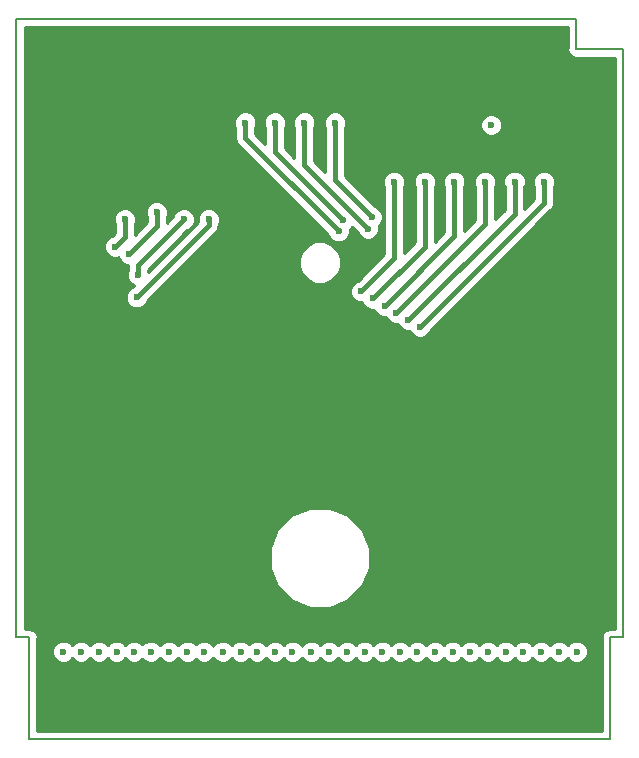
<source format=gbr>
G04 #@! TF.GenerationSoftware,KiCad,Pcbnew,5.0.2-bee76a0~70~ubuntu18.10.1*
G04 #@! TF.CreationDate,2019-01-06T00:09:16+02:00*
G04 #@! TF.ProjectId,GB-BRK-CART,47422d42-524b-42d4-9341-52542e6b6963,v4.0*
G04 #@! TF.SameCoordinates,Original*
G04 #@! TF.FileFunction,Copper,L2,Bot*
G04 #@! TF.FilePolarity,Positive*
%FSLAX46Y46*%
G04 Gerber Fmt 4.6, Leading zero omitted, Abs format (unit mm)*
G04 Created by KiCad (PCBNEW 5.0.2-bee76a0~70~ubuntu18.10.1) date su  6. tammikuuta 2019 00.09.16*
%MOMM*%
%LPD*%
G01*
G04 APERTURE LIST*
G04 #@! TA.AperFunction,NonConductor*
%ADD10C,0.150000*%
G04 #@! TD*
G04 #@! TA.AperFunction,ViaPad*
%ADD11C,0.600000*%
G04 #@! TD*
G04 #@! TA.AperFunction,ViaPad*
%ADD12C,1.000000*%
G04 #@! TD*
G04 #@! TA.AperFunction,Conductor*
%ADD13C,0.400000*%
G04 #@! TD*
G04 #@! TA.AperFunction,Conductor*
%ADD14C,0.254000*%
G04 #@! TD*
G04 APERTURE END LIST*
D10*
X121700000Y-39000000D02*
X121700000Y-41600000D01*
X74300000Y-39000000D02*
X121700000Y-39000000D01*
X125700000Y-41600000D02*
X121700000Y-41600000D01*
X74300000Y-91400000D02*
X74300000Y-39000000D01*
X75400000Y-91400000D02*
X74300000Y-91400000D01*
X75400000Y-100000000D02*
X75400000Y-91400000D01*
X125700000Y-91400000D02*
X125700000Y-41600000D01*
X124600000Y-91400000D02*
X125700000Y-91400000D01*
X124600000Y-100000000D02*
X124600000Y-91400000D01*
X75400000Y-100000000D02*
X124600000Y-100000000D01*
D11*
G04 #@! TO.N,GND*
X123400000Y-92600000D03*
D12*
X123400000Y-90200000D03*
X123900000Y-84000000D03*
X120700000Y-68500000D03*
X120300000Y-78300000D03*
X123300000Y-74500000D03*
X123000000Y-63200000D03*
X120300000Y-59000000D03*
X123300000Y-54900000D03*
X122300000Y-48800000D03*
X120300000Y-86100000D03*
X77600000Y-40300000D03*
X100000000Y-40200000D03*
X120200000Y-42900000D03*
D11*
G04 #@! TO.N,/A0*
X84300000Y-92600000D03*
G04 #@! TO.N,/PHI*
X78300000Y-92600000D03*
X82700000Y-58300000D03*
X83500000Y-56000000D03*
G04 #@! TO.N,/A1*
X85700000Y-92600000D03*
G04 #@! TO.N,/A2*
X87250000Y-92600000D03*
G04 #@! TO.N,/A3*
X88800000Y-92600000D03*
G04 #@! TO.N,/A4*
X90200000Y-92600000D03*
G04 #@! TO.N,/D0*
X101600000Y-57000000D03*
X93700000Y-47800000D03*
X108250000Y-92600000D03*
G04 #@! TO.N,/A5*
X91800000Y-92600000D03*
G04 #@! TO.N,/D1*
X102006139Y-56086186D03*
X96200000Y-47800000D03*
X109750000Y-92600000D03*
G04 #@! TO.N,/A6*
X93300000Y-92600000D03*
G04 #@! TO.N,/D2*
X104100000Y-56800000D03*
X98700000Y-47800000D03*
X111250000Y-92600000D03*
G04 #@! TO.N,/A7*
X94700000Y-92600000D03*
G04 #@! TO.N,/D3*
X104400000Y-55800000D03*
X101300000Y-47800000D03*
X112750000Y-92600000D03*
G04 #@! TO.N,/A8*
X96200000Y-92600000D03*
G04 #@! TO.N,/D4*
X114250000Y-92600000D03*
G04 #@! TO.N,/A9*
X97700000Y-92600000D03*
G04 #@! TO.N,/D5*
X115750000Y-92600000D03*
G04 #@! TO.N,/A10*
X103500000Y-62100000D03*
X106300000Y-52800000D03*
X99300000Y-92600000D03*
G04 #@! TO.N,/D6*
X117250000Y-92600000D03*
G04 #@! TO.N,/A11*
X104499994Y-62700000D03*
X108900000Y-52800000D03*
X100800000Y-92600000D03*
G04 #@! TO.N,/D7*
X118750000Y-92600000D03*
G04 #@! TO.N,/A12*
X105500000Y-63300000D03*
X111400000Y-52800000D03*
X102300000Y-92600000D03*
G04 #@! TO.N,/A13*
X106499994Y-63900000D03*
X114000000Y-52800000D03*
X103800000Y-92600000D03*
G04 #@! TO.N,/VIN*
X121750000Y-92600000D03*
G04 #@! TO.N,/A14*
X107507115Y-64507115D03*
X116500000Y-52800000D03*
X105300000Y-92600000D03*
G04 #@! TO.N,/A15*
X108500000Y-65100000D03*
X119000000Y-52800000D03*
X106800000Y-92600000D03*
G04 #@! TO.N,/~RES*
X114520000Y-48000000D03*
X120250000Y-92600000D03*
G04 #@! TO.N,/~CS*
X90600000Y-56000000D03*
X82800000Y-92600000D03*
X84499996Y-62600000D03*
G04 #@! TO.N,/~RD*
X88500000Y-56000000D03*
X81300000Y-92600000D03*
X84600000Y-60700000D03*
G04 #@! TO.N,/~WR*
X79800000Y-92600000D03*
X83847602Y-58952398D03*
X86200000Y-55400000D03*
G04 #@! TD*
D13*
G04 #@! TO.N,/PHI*
X83500000Y-57500000D02*
X82700000Y-58300000D01*
X83500000Y-56000000D02*
X83500000Y-57500000D01*
G04 #@! TO.N,/D0*
X93700000Y-47800000D02*
X93700000Y-49100000D01*
X93700000Y-49100000D02*
X101600000Y-57000000D01*
G04 #@! TO.N,/D1*
X96200000Y-47800000D02*
X96200000Y-50280047D01*
X96200000Y-50280047D02*
X102006139Y-56086186D01*
G04 #@! TO.N,/D2*
X98700000Y-51400000D02*
X104100000Y-56800000D01*
X98700000Y-47800000D02*
X98700000Y-51400000D01*
G04 #@! TO.N,/D3*
X101300000Y-52700000D02*
X104400000Y-55800000D01*
X101300000Y-47800000D02*
X101300000Y-52700000D01*
G04 #@! TO.N,/A10*
X106300000Y-52800000D02*
X106300000Y-59300000D01*
X106300000Y-59300000D02*
X103500000Y-62100000D01*
G04 #@! TO.N,/A11*
X108900000Y-52800000D02*
X108900000Y-58299994D01*
X108900000Y-58299994D02*
X104499994Y-62700000D01*
G04 #@! TO.N,/A12*
X111400000Y-52800000D02*
X111400000Y-57400000D01*
X111400000Y-57400000D02*
X105500000Y-63300000D01*
G04 #@! TO.N,/A13*
X114000000Y-56399994D02*
X106499994Y-63900000D01*
X114000000Y-52800000D02*
X114000000Y-56399994D01*
G04 #@! TO.N,/A14*
X116500000Y-55514230D02*
X107507115Y-64507115D01*
X116500000Y-52800000D02*
X116500000Y-55514230D01*
G04 #@! TO.N,/A15*
X108500000Y-65100000D02*
X119000000Y-54600000D01*
X119000000Y-54600000D02*
X119000000Y-52800000D01*
G04 #@! TO.N,/~CS*
X90600000Y-56499996D02*
X90600000Y-56000000D01*
X84499996Y-62600000D02*
X90600000Y-56499996D01*
X84500000Y-62600000D02*
X84499996Y-62600000D01*
G04 #@! TO.N,/~RD*
X84600000Y-59900000D02*
X88500000Y-56000000D01*
X84600000Y-60700000D02*
X84600000Y-59900000D01*
G04 #@! TO.N,/~WR*
X83847602Y-58952398D02*
X86200000Y-56600000D01*
X86200000Y-56600000D02*
X86200000Y-55400000D01*
G04 #@! TD*
D14*
G04 #@! TO.N,GND*
G36*
X120990001Y-41530070D02*
X120976091Y-41600000D01*
X121031195Y-41877028D01*
X121188119Y-42111881D01*
X121422972Y-42268805D01*
X121630074Y-42310000D01*
X121630075Y-42310000D01*
X121700000Y-42323909D01*
X121769926Y-42310000D01*
X124990001Y-42310000D01*
X124990000Y-90690000D01*
X124669926Y-90690000D01*
X124600000Y-90676091D01*
X124530075Y-90690000D01*
X124530074Y-90690000D01*
X124322972Y-90731195D01*
X124088119Y-90888119D01*
X123931195Y-91122972D01*
X123876091Y-91400000D01*
X123890001Y-91469931D01*
X123890000Y-99290000D01*
X76110000Y-99290000D01*
X76110000Y-92414017D01*
X77365000Y-92414017D01*
X77365000Y-92785983D01*
X77507345Y-93129635D01*
X77770365Y-93392655D01*
X78114017Y-93535000D01*
X78485983Y-93535000D01*
X78829635Y-93392655D01*
X79050000Y-93172290D01*
X79270365Y-93392655D01*
X79614017Y-93535000D01*
X79985983Y-93535000D01*
X80329635Y-93392655D01*
X80550000Y-93172290D01*
X80770365Y-93392655D01*
X81114017Y-93535000D01*
X81485983Y-93535000D01*
X81829635Y-93392655D01*
X82050000Y-93172290D01*
X82270365Y-93392655D01*
X82614017Y-93535000D01*
X82985983Y-93535000D01*
X83329635Y-93392655D01*
X83550000Y-93172290D01*
X83770365Y-93392655D01*
X84114017Y-93535000D01*
X84485983Y-93535000D01*
X84829635Y-93392655D01*
X85000000Y-93222290D01*
X85170365Y-93392655D01*
X85514017Y-93535000D01*
X85885983Y-93535000D01*
X86229635Y-93392655D01*
X86475000Y-93147290D01*
X86720365Y-93392655D01*
X87064017Y-93535000D01*
X87435983Y-93535000D01*
X87779635Y-93392655D01*
X88025000Y-93147290D01*
X88270365Y-93392655D01*
X88614017Y-93535000D01*
X88985983Y-93535000D01*
X89329635Y-93392655D01*
X89500000Y-93222290D01*
X89670365Y-93392655D01*
X90014017Y-93535000D01*
X90385983Y-93535000D01*
X90729635Y-93392655D01*
X90992655Y-93129635D01*
X91000000Y-93111903D01*
X91007345Y-93129635D01*
X91270365Y-93392655D01*
X91614017Y-93535000D01*
X91985983Y-93535000D01*
X92329635Y-93392655D01*
X92550000Y-93172290D01*
X92770365Y-93392655D01*
X93114017Y-93535000D01*
X93485983Y-93535000D01*
X93829635Y-93392655D01*
X94000000Y-93222290D01*
X94170365Y-93392655D01*
X94514017Y-93535000D01*
X94885983Y-93535000D01*
X95229635Y-93392655D01*
X95450000Y-93172290D01*
X95670365Y-93392655D01*
X96014017Y-93535000D01*
X96385983Y-93535000D01*
X96729635Y-93392655D01*
X96950000Y-93172290D01*
X97170365Y-93392655D01*
X97514017Y-93535000D01*
X97885983Y-93535000D01*
X98229635Y-93392655D01*
X98492655Y-93129635D01*
X98500000Y-93111903D01*
X98507345Y-93129635D01*
X98770365Y-93392655D01*
X99114017Y-93535000D01*
X99485983Y-93535000D01*
X99829635Y-93392655D01*
X100050000Y-93172290D01*
X100270365Y-93392655D01*
X100614017Y-93535000D01*
X100985983Y-93535000D01*
X101329635Y-93392655D01*
X101550000Y-93172290D01*
X101770365Y-93392655D01*
X102114017Y-93535000D01*
X102485983Y-93535000D01*
X102829635Y-93392655D01*
X103050000Y-93172290D01*
X103270365Y-93392655D01*
X103614017Y-93535000D01*
X103985983Y-93535000D01*
X104329635Y-93392655D01*
X104550000Y-93172290D01*
X104770365Y-93392655D01*
X105114017Y-93535000D01*
X105485983Y-93535000D01*
X105829635Y-93392655D01*
X106050000Y-93172290D01*
X106270365Y-93392655D01*
X106614017Y-93535000D01*
X106985983Y-93535000D01*
X107329635Y-93392655D01*
X107525000Y-93197290D01*
X107720365Y-93392655D01*
X108064017Y-93535000D01*
X108435983Y-93535000D01*
X108779635Y-93392655D01*
X109000000Y-93172290D01*
X109220365Y-93392655D01*
X109564017Y-93535000D01*
X109935983Y-93535000D01*
X110279635Y-93392655D01*
X110500000Y-93172290D01*
X110720365Y-93392655D01*
X111064017Y-93535000D01*
X111435983Y-93535000D01*
X111779635Y-93392655D01*
X112000000Y-93172290D01*
X112220365Y-93392655D01*
X112564017Y-93535000D01*
X112935983Y-93535000D01*
X113279635Y-93392655D01*
X113500000Y-93172290D01*
X113720365Y-93392655D01*
X114064017Y-93535000D01*
X114435983Y-93535000D01*
X114779635Y-93392655D01*
X115000000Y-93172290D01*
X115220365Y-93392655D01*
X115564017Y-93535000D01*
X115935983Y-93535000D01*
X116279635Y-93392655D01*
X116500000Y-93172290D01*
X116720365Y-93392655D01*
X117064017Y-93535000D01*
X117435983Y-93535000D01*
X117779635Y-93392655D01*
X118000000Y-93172290D01*
X118220365Y-93392655D01*
X118564017Y-93535000D01*
X118935983Y-93535000D01*
X119279635Y-93392655D01*
X119500000Y-93172290D01*
X119720365Y-93392655D01*
X120064017Y-93535000D01*
X120435983Y-93535000D01*
X120779635Y-93392655D01*
X121000000Y-93172290D01*
X121220365Y-93392655D01*
X121564017Y-93535000D01*
X121935983Y-93535000D01*
X122279635Y-93392655D01*
X122542655Y-93129635D01*
X122685000Y-92785983D01*
X122685000Y-92414017D01*
X122542655Y-92070365D01*
X122279635Y-91807345D01*
X121935983Y-91665000D01*
X121564017Y-91665000D01*
X121220365Y-91807345D01*
X121000000Y-92027710D01*
X120779635Y-91807345D01*
X120435983Y-91665000D01*
X120064017Y-91665000D01*
X119720365Y-91807345D01*
X119500000Y-92027710D01*
X119279635Y-91807345D01*
X118935983Y-91665000D01*
X118564017Y-91665000D01*
X118220365Y-91807345D01*
X118000000Y-92027710D01*
X117779635Y-91807345D01*
X117435983Y-91665000D01*
X117064017Y-91665000D01*
X116720365Y-91807345D01*
X116500000Y-92027710D01*
X116279635Y-91807345D01*
X115935983Y-91665000D01*
X115564017Y-91665000D01*
X115220365Y-91807345D01*
X115000000Y-92027710D01*
X114779635Y-91807345D01*
X114435983Y-91665000D01*
X114064017Y-91665000D01*
X113720365Y-91807345D01*
X113500000Y-92027710D01*
X113279635Y-91807345D01*
X112935983Y-91665000D01*
X112564017Y-91665000D01*
X112220365Y-91807345D01*
X112000000Y-92027710D01*
X111779635Y-91807345D01*
X111435983Y-91665000D01*
X111064017Y-91665000D01*
X110720365Y-91807345D01*
X110500000Y-92027710D01*
X110279635Y-91807345D01*
X109935983Y-91665000D01*
X109564017Y-91665000D01*
X109220365Y-91807345D01*
X109000000Y-92027710D01*
X108779635Y-91807345D01*
X108435983Y-91665000D01*
X108064017Y-91665000D01*
X107720365Y-91807345D01*
X107525000Y-92002710D01*
X107329635Y-91807345D01*
X106985983Y-91665000D01*
X106614017Y-91665000D01*
X106270365Y-91807345D01*
X106050000Y-92027710D01*
X105829635Y-91807345D01*
X105485983Y-91665000D01*
X105114017Y-91665000D01*
X104770365Y-91807345D01*
X104550000Y-92027710D01*
X104329635Y-91807345D01*
X103985983Y-91665000D01*
X103614017Y-91665000D01*
X103270365Y-91807345D01*
X103050000Y-92027710D01*
X102829635Y-91807345D01*
X102485983Y-91665000D01*
X102114017Y-91665000D01*
X101770365Y-91807345D01*
X101550000Y-92027710D01*
X101329635Y-91807345D01*
X100985983Y-91665000D01*
X100614017Y-91665000D01*
X100270365Y-91807345D01*
X100050000Y-92027710D01*
X99829635Y-91807345D01*
X99485983Y-91665000D01*
X99114017Y-91665000D01*
X98770365Y-91807345D01*
X98507345Y-92070365D01*
X98500000Y-92088097D01*
X98492655Y-92070365D01*
X98229635Y-91807345D01*
X97885983Y-91665000D01*
X97514017Y-91665000D01*
X97170365Y-91807345D01*
X96950000Y-92027710D01*
X96729635Y-91807345D01*
X96385983Y-91665000D01*
X96014017Y-91665000D01*
X95670365Y-91807345D01*
X95450000Y-92027710D01*
X95229635Y-91807345D01*
X94885983Y-91665000D01*
X94514017Y-91665000D01*
X94170365Y-91807345D01*
X94000000Y-91977710D01*
X93829635Y-91807345D01*
X93485983Y-91665000D01*
X93114017Y-91665000D01*
X92770365Y-91807345D01*
X92550000Y-92027710D01*
X92329635Y-91807345D01*
X91985983Y-91665000D01*
X91614017Y-91665000D01*
X91270365Y-91807345D01*
X91007345Y-92070365D01*
X91000000Y-92088097D01*
X90992655Y-92070365D01*
X90729635Y-91807345D01*
X90385983Y-91665000D01*
X90014017Y-91665000D01*
X89670365Y-91807345D01*
X89500000Y-91977710D01*
X89329635Y-91807345D01*
X88985983Y-91665000D01*
X88614017Y-91665000D01*
X88270365Y-91807345D01*
X88025000Y-92052710D01*
X87779635Y-91807345D01*
X87435983Y-91665000D01*
X87064017Y-91665000D01*
X86720365Y-91807345D01*
X86475000Y-92052710D01*
X86229635Y-91807345D01*
X85885983Y-91665000D01*
X85514017Y-91665000D01*
X85170365Y-91807345D01*
X85000000Y-91977710D01*
X84829635Y-91807345D01*
X84485983Y-91665000D01*
X84114017Y-91665000D01*
X83770365Y-91807345D01*
X83550000Y-92027710D01*
X83329635Y-91807345D01*
X82985983Y-91665000D01*
X82614017Y-91665000D01*
X82270365Y-91807345D01*
X82050000Y-92027710D01*
X81829635Y-91807345D01*
X81485983Y-91665000D01*
X81114017Y-91665000D01*
X80770365Y-91807345D01*
X80550000Y-92027710D01*
X80329635Y-91807345D01*
X79985983Y-91665000D01*
X79614017Y-91665000D01*
X79270365Y-91807345D01*
X79050000Y-92027710D01*
X78829635Y-91807345D01*
X78485983Y-91665000D01*
X78114017Y-91665000D01*
X77770365Y-91807345D01*
X77507345Y-92070365D01*
X77365000Y-92414017D01*
X76110000Y-92414017D01*
X76110000Y-91469925D01*
X76123909Y-91400000D01*
X76068805Y-91122972D01*
X75911881Y-90888119D01*
X75677028Y-90731195D01*
X75469926Y-90690000D01*
X75400000Y-90676091D01*
X75330075Y-90690000D01*
X75010000Y-90690000D01*
X75010000Y-83807606D01*
X95765000Y-83807606D01*
X95765000Y-85492394D01*
X96409740Y-87048935D01*
X97601065Y-88240260D01*
X99157606Y-88885000D01*
X100842394Y-88885000D01*
X102398935Y-88240260D01*
X103590260Y-87048935D01*
X104235000Y-85492394D01*
X104235000Y-83807606D01*
X103590260Y-82251065D01*
X102398935Y-81059740D01*
X100842394Y-80415000D01*
X99157606Y-80415000D01*
X97601065Y-81059740D01*
X96409740Y-82251065D01*
X95765000Y-83807606D01*
X75010000Y-83807606D01*
X75010000Y-58114017D01*
X81765000Y-58114017D01*
X81765000Y-58485983D01*
X81907345Y-58829635D01*
X82170365Y-59092655D01*
X82514017Y-59235000D01*
X82885983Y-59235000D01*
X82942864Y-59211439D01*
X83054947Y-59482033D01*
X83317967Y-59745053D01*
X83661619Y-59887398D01*
X83751150Y-59887398D01*
X83748643Y-59900000D01*
X83765000Y-59982233D01*
X83765000Y-60272595D01*
X83665000Y-60514017D01*
X83665000Y-60885983D01*
X83807345Y-61229635D01*
X84070365Y-61492655D01*
X84322172Y-61596957D01*
X84211785Y-61707344D01*
X83970361Y-61807345D01*
X83707341Y-62070365D01*
X83564996Y-62414017D01*
X83564996Y-62785983D01*
X83707341Y-63129635D01*
X83970361Y-63392655D01*
X84314013Y-63535000D01*
X84685979Y-63535000D01*
X85029631Y-63392655D01*
X85292651Y-63129635D01*
X85392652Y-62888211D01*
X86366846Y-61914017D01*
X102565000Y-61914017D01*
X102565000Y-62285983D01*
X102707345Y-62629635D01*
X102970365Y-62892655D01*
X103314017Y-63035000D01*
X103626719Y-63035000D01*
X103707339Y-63229635D01*
X103970359Y-63492655D01*
X104314011Y-63635000D01*
X104626725Y-63635000D01*
X104707345Y-63829635D01*
X104970365Y-64092655D01*
X105314017Y-64235000D01*
X105626719Y-64235000D01*
X105707339Y-64429635D01*
X105970359Y-64692655D01*
X106314011Y-64835000D01*
X106630893Y-64835000D01*
X106714460Y-65036750D01*
X106977480Y-65299770D01*
X107321132Y-65442115D01*
X107629672Y-65442115D01*
X107707345Y-65629635D01*
X107970365Y-65892655D01*
X108314017Y-66035000D01*
X108685983Y-66035000D01*
X109029635Y-65892655D01*
X109292655Y-65629635D01*
X109392656Y-65388211D01*
X119532286Y-55248583D01*
X119602001Y-55202001D01*
X119786552Y-54925801D01*
X119835000Y-54682237D01*
X119835000Y-54682234D01*
X119851357Y-54600001D01*
X119835000Y-54517768D01*
X119835000Y-53227405D01*
X119935000Y-52985983D01*
X119935000Y-52614017D01*
X119792655Y-52270365D01*
X119529635Y-52007345D01*
X119185983Y-51865000D01*
X118814017Y-51865000D01*
X118470365Y-52007345D01*
X118207345Y-52270365D01*
X118065000Y-52614017D01*
X118065000Y-52985983D01*
X118165001Y-53227407D01*
X118165000Y-54254131D01*
X117335000Y-55084131D01*
X117335000Y-53227405D01*
X117435000Y-52985983D01*
X117435000Y-52614017D01*
X117292655Y-52270365D01*
X117029635Y-52007345D01*
X116685983Y-51865000D01*
X116314017Y-51865000D01*
X115970365Y-52007345D01*
X115707345Y-52270365D01*
X115565000Y-52614017D01*
X115565000Y-52985983D01*
X115665000Y-53227405D01*
X115665001Y-55168361D01*
X114835000Y-55998362D01*
X114835000Y-53227405D01*
X114935000Y-52985983D01*
X114935000Y-52614017D01*
X114792655Y-52270365D01*
X114529635Y-52007345D01*
X114185983Y-51865000D01*
X113814017Y-51865000D01*
X113470365Y-52007345D01*
X113207345Y-52270365D01*
X113065000Y-52614017D01*
X113065000Y-52985983D01*
X113165000Y-53227405D01*
X113165001Y-56054125D01*
X112235000Y-56984126D01*
X112235000Y-53227405D01*
X112335000Y-52985983D01*
X112335000Y-52614017D01*
X112192655Y-52270365D01*
X111929635Y-52007345D01*
X111585983Y-51865000D01*
X111214017Y-51865000D01*
X110870365Y-52007345D01*
X110607345Y-52270365D01*
X110465000Y-52614017D01*
X110465000Y-52985983D01*
X110565000Y-53227405D01*
X110565001Y-57054131D01*
X109735000Y-57884132D01*
X109735000Y-53227405D01*
X109835000Y-52985983D01*
X109835000Y-52614017D01*
X109692655Y-52270365D01*
X109429635Y-52007345D01*
X109085983Y-51865000D01*
X108714017Y-51865000D01*
X108370365Y-52007345D01*
X108107345Y-52270365D01*
X107965000Y-52614017D01*
X107965000Y-52985983D01*
X108065000Y-53227405D01*
X108065001Y-57954125D01*
X107135000Y-58884126D01*
X107135000Y-53227405D01*
X107235000Y-52985983D01*
X107235000Y-52614017D01*
X107092655Y-52270365D01*
X106829635Y-52007345D01*
X106485983Y-51865000D01*
X106114017Y-51865000D01*
X105770365Y-52007345D01*
X105507345Y-52270365D01*
X105365000Y-52614017D01*
X105365000Y-52985983D01*
X105465000Y-53227405D01*
X105465001Y-58954131D01*
X103211789Y-61207344D01*
X102970365Y-61307345D01*
X102707345Y-61570365D01*
X102565000Y-61914017D01*
X86366846Y-61914017D01*
X88985923Y-59294941D01*
X98215000Y-59294941D01*
X98215000Y-60005059D01*
X98486750Y-60661121D01*
X98988879Y-61163250D01*
X99644941Y-61435000D01*
X100355059Y-61435000D01*
X101011121Y-61163250D01*
X101513250Y-60661121D01*
X101785000Y-60005059D01*
X101785000Y-59294941D01*
X101513250Y-58638879D01*
X101011121Y-58136750D01*
X100355059Y-57865000D01*
X99644941Y-57865000D01*
X98988879Y-58136750D01*
X98486750Y-58638879D01*
X98215000Y-59294941D01*
X88985923Y-59294941D01*
X91132286Y-57148579D01*
X91202001Y-57101997D01*
X91319732Y-56925801D01*
X91386552Y-56825797D01*
X91388895Y-56814017D01*
X91435000Y-56582233D01*
X91435000Y-56582230D01*
X91451357Y-56499997D01*
X91436296Y-56424277D01*
X91535000Y-56185983D01*
X91535000Y-55814017D01*
X91392655Y-55470365D01*
X91129635Y-55207345D01*
X90785983Y-55065000D01*
X90414017Y-55065000D01*
X90070365Y-55207345D01*
X89807345Y-55470365D01*
X89665000Y-55814017D01*
X89665000Y-56185983D01*
X89684959Y-56234168D01*
X85496957Y-60422172D01*
X85435000Y-60272595D01*
X85435000Y-60245867D01*
X88788213Y-56892655D01*
X89029635Y-56792655D01*
X89292655Y-56529635D01*
X89435000Y-56185983D01*
X89435000Y-55814017D01*
X89292655Y-55470365D01*
X89029635Y-55207345D01*
X88685983Y-55065000D01*
X88314017Y-55065000D01*
X87970365Y-55207345D01*
X87707345Y-55470365D01*
X87607345Y-55711787D01*
X87035000Y-56284132D01*
X87035000Y-55827405D01*
X87135000Y-55585983D01*
X87135000Y-55214017D01*
X86992655Y-54870365D01*
X86729635Y-54607345D01*
X86385983Y-54465000D01*
X86014017Y-54465000D01*
X85670365Y-54607345D01*
X85407345Y-54870365D01*
X85265000Y-55214017D01*
X85265000Y-55585983D01*
X85365001Y-55827406D01*
X85365000Y-56254132D01*
X84335000Y-57284133D01*
X84335000Y-56427405D01*
X84435000Y-56185983D01*
X84435000Y-55814017D01*
X84292655Y-55470365D01*
X84029635Y-55207345D01*
X83685983Y-55065000D01*
X83314017Y-55065000D01*
X82970365Y-55207345D01*
X82707345Y-55470365D01*
X82565000Y-55814017D01*
X82565000Y-56185983D01*
X82665000Y-56427406D01*
X82665001Y-57154132D01*
X82411788Y-57407344D01*
X82170365Y-57507345D01*
X81907345Y-57770365D01*
X81765000Y-58114017D01*
X75010000Y-58114017D01*
X75010000Y-47614017D01*
X92765000Y-47614017D01*
X92765000Y-47985983D01*
X92865000Y-48227406D01*
X92865001Y-49017763D01*
X92848643Y-49100000D01*
X92913448Y-49425800D01*
X92913449Y-49425801D01*
X93098000Y-49702001D01*
X93167718Y-49748585D01*
X100707345Y-57288213D01*
X100807345Y-57529635D01*
X101070365Y-57792655D01*
X101414017Y-57935000D01*
X101785983Y-57935000D01*
X102129635Y-57792655D01*
X102392655Y-57529635D01*
X102535000Y-57185983D01*
X102535000Y-56879162D01*
X102535774Y-56878841D01*
X102766874Y-56647741D01*
X103207345Y-57088213D01*
X103307345Y-57329635D01*
X103570365Y-57592655D01*
X103914017Y-57735000D01*
X104285983Y-57735000D01*
X104629635Y-57592655D01*
X104892655Y-57329635D01*
X105035000Y-56985983D01*
X105035000Y-56614017D01*
X104997883Y-56524407D01*
X105192655Y-56329635D01*
X105335000Y-55985983D01*
X105335000Y-55614017D01*
X105192655Y-55270365D01*
X104929635Y-55007345D01*
X104688213Y-54907345D01*
X102135000Y-52354133D01*
X102135000Y-48227405D01*
X102235000Y-47985983D01*
X102235000Y-47814017D01*
X113585000Y-47814017D01*
X113585000Y-48185983D01*
X113727345Y-48529635D01*
X113990365Y-48792655D01*
X114334017Y-48935000D01*
X114705983Y-48935000D01*
X115049635Y-48792655D01*
X115312655Y-48529635D01*
X115455000Y-48185983D01*
X115455000Y-47814017D01*
X115312655Y-47470365D01*
X115049635Y-47207345D01*
X114705983Y-47065000D01*
X114334017Y-47065000D01*
X113990365Y-47207345D01*
X113727345Y-47470365D01*
X113585000Y-47814017D01*
X102235000Y-47814017D01*
X102235000Y-47614017D01*
X102092655Y-47270365D01*
X101829635Y-47007345D01*
X101485983Y-46865000D01*
X101114017Y-46865000D01*
X100770365Y-47007345D01*
X100507345Y-47270365D01*
X100365000Y-47614017D01*
X100365000Y-47985983D01*
X100465000Y-48227405D01*
X100465001Y-51984134D01*
X99535000Y-51054133D01*
X99535000Y-48227405D01*
X99635000Y-47985983D01*
X99635000Y-47614017D01*
X99492655Y-47270365D01*
X99229635Y-47007345D01*
X98885983Y-46865000D01*
X98514017Y-46865000D01*
X98170365Y-47007345D01*
X97907345Y-47270365D01*
X97765000Y-47614017D01*
X97765000Y-47985983D01*
X97865000Y-48227405D01*
X97865001Y-50764181D01*
X97035000Y-49934180D01*
X97035000Y-48227405D01*
X97135000Y-47985983D01*
X97135000Y-47614017D01*
X96992655Y-47270365D01*
X96729635Y-47007345D01*
X96385983Y-46865000D01*
X96014017Y-46865000D01*
X95670365Y-47007345D01*
X95407345Y-47270365D01*
X95265000Y-47614017D01*
X95265000Y-47985983D01*
X95365000Y-48227405D01*
X95365001Y-49584134D01*
X94535000Y-48754133D01*
X94535000Y-48227405D01*
X94635000Y-47985983D01*
X94635000Y-47614017D01*
X94492655Y-47270365D01*
X94229635Y-47007345D01*
X93885983Y-46865000D01*
X93514017Y-46865000D01*
X93170365Y-47007345D01*
X92907345Y-47270365D01*
X92765000Y-47614017D01*
X75010000Y-47614017D01*
X75010000Y-39710000D01*
X120990000Y-39710000D01*
X120990001Y-41530070D01*
X120990001Y-41530070D01*
G37*
X120990001Y-41530070D02*
X120976091Y-41600000D01*
X121031195Y-41877028D01*
X121188119Y-42111881D01*
X121422972Y-42268805D01*
X121630074Y-42310000D01*
X121630075Y-42310000D01*
X121700000Y-42323909D01*
X121769926Y-42310000D01*
X124990001Y-42310000D01*
X124990000Y-90690000D01*
X124669926Y-90690000D01*
X124600000Y-90676091D01*
X124530075Y-90690000D01*
X124530074Y-90690000D01*
X124322972Y-90731195D01*
X124088119Y-90888119D01*
X123931195Y-91122972D01*
X123876091Y-91400000D01*
X123890001Y-91469931D01*
X123890000Y-99290000D01*
X76110000Y-99290000D01*
X76110000Y-92414017D01*
X77365000Y-92414017D01*
X77365000Y-92785983D01*
X77507345Y-93129635D01*
X77770365Y-93392655D01*
X78114017Y-93535000D01*
X78485983Y-93535000D01*
X78829635Y-93392655D01*
X79050000Y-93172290D01*
X79270365Y-93392655D01*
X79614017Y-93535000D01*
X79985983Y-93535000D01*
X80329635Y-93392655D01*
X80550000Y-93172290D01*
X80770365Y-93392655D01*
X81114017Y-93535000D01*
X81485983Y-93535000D01*
X81829635Y-93392655D01*
X82050000Y-93172290D01*
X82270365Y-93392655D01*
X82614017Y-93535000D01*
X82985983Y-93535000D01*
X83329635Y-93392655D01*
X83550000Y-93172290D01*
X83770365Y-93392655D01*
X84114017Y-93535000D01*
X84485983Y-93535000D01*
X84829635Y-93392655D01*
X85000000Y-93222290D01*
X85170365Y-93392655D01*
X85514017Y-93535000D01*
X85885983Y-93535000D01*
X86229635Y-93392655D01*
X86475000Y-93147290D01*
X86720365Y-93392655D01*
X87064017Y-93535000D01*
X87435983Y-93535000D01*
X87779635Y-93392655D01*
X88025000Y-93147290D01*
X88270365Y-93392655D01*
X88614017Y-93535000D01*
X88985983Y-93535000D01*
X89329635Y-93392655D01*
X89500000Y-93222290D01*
X89670365Y-93392655D01*
X90014017Y-93535000D01*
X90385983Y-93535000D01*
X90729635Y-93392655D01*
X90992655Y-93129635D01*
X91000000Y-93111903D01*
X91007345Y-93129635D01*
X91270365Y-93392655D01*
X91614017Y-93535000D01*
X91985983Y-93535000D01*
X92329635Y-93392655D01*
X92550000Y-93172290D01*
X92770365Y-93392655D01*
X93114017Y-93535000D01*
X93485983Y-93535000D01*
X93829635Y-93392655D01*
X94000000Y-93222290D01*
X94170365Y-93392655D01*
X94514017Y-93535000D01*
X94885983Y-93535000D01*
X95229635Y-93392655D01*
X95450000Y-93172290D01*
X95670365Y-93392655D01*
X96014017Y-93535000D01*
X96385983Y-93535000D01*
X96729635Y-93392655D01*
X96950000Y-93172290D01*
X97170365Y-93392655D01*
X97514017Y-93535000D01*
X97885983Y-93535000D01*
X98229635Y-93392655D01*
X98492655Y-93129635D01*
X98500000Y-93111903D01*
X98507345Y-93129635D01*
X98770365Y-93392655D01*
X99114017Y-93535000D01*
X99485983Y-93535000D01*
X99829635Y-93392655D01*
X100050000Y-93172290D01*
X100270365Y-93392655D01*
X100614017Y-93535000D01*
X100985983Y-93535000D01*
X101329635Y-93392655D01*
X101550000Y-93172290D01*
X101770365Y-93392655D01*
X102114017Y-93535000D01*
X102485983Y-93535000D01*
X102829635Y-93392655D01*
X103050000Y-93172290D01*
X103270365Y-93392655D01*
X103614017Y-93535000D01*
X103985983Y-93535000D01*
X104329635Y-93392655D01*
X104550000Y-93172290D01*
X104770365Y-93392655D01*
X105114017Y-93535000D01*
X105485983Y-93535000D01*
X105829635Y-93392655D01*
X106050000Y-93172290D01*
X106270365Y-93392655D01*
X106614017Y-93535000D01*
X106985983Y-93535000D01*
X107329635Y-93392655D01*
X107525000Y-93197290D01*
X107720365Y-93392655D01*
X108064017Y-93535000D01*
X108435983Y-93535000D01*
X108779635Y-93392655D01*
X109000000Y-93172290D01*
X109220365Y-93392655D01*
X109564017Y-93535000D01*
X109935983Y-93535000D01*
X110279635Y-93392655D01*
X110500000Y-93172290D01*
X110720365Y-93392655D01*
X111064017Y-93535000D01*
X111435983Y-93535000D01*
X111779635Y-93392655D01*
X112000000Y-93172290D01*
X112220365Y-93392655D01*
X112564017Y-93535000D01*
X112935983Y-93535000D01*
X113279635Y-93392655D01*
X113500000Y-93172290D01*
X113720365Y-93392655D01*
X114064017Y-93535000D01*
X114435983Y-93535000D01*
X114779635Y-93392655D01*
X115000000Y-93172290D01*
X115220365Y-93392655D01*
X115564017Y-93535000D01*
X115935983Y-93535000D01*
X116279635Y-93392655D01*
X116500000Y-93172290D01*
X116720365Y-93392655D01*
X117064017Y-93535000D01*
X117435983Y-93535000D01*
X117779635Y-93392655D01*
X118000000Y-93172290D01*
X118220365Y-93392655D01*
X118564017Y-93535000D01*
X118935983Y-93535000D01*
X119279635Y-93392655D01*
X119500000Y-93172290D01*
X119720365Y-93392655D01*
X120064017Y-93535000D01*
X120435983Y-93535000D01*
X120779635Y-93392655D01*
X121000000Y-93172290D01*
X121220365Y-93392655D01*
X121564017Y-93535000D01*
X121935983Y-93535000D01*
X122279635Y-93392655D01*
X122542655Y-93129635D01*
X122685000Y-92785983D01*
X122685000Y-92414017D01*
X122542655Y-92070365D01*
X122279635Y-91807345D01*
X121935983Y-91665000D01*
X121564017Y-91665000D01*
X121220365Y-91807345D01*
X121000000Y-92027710D01*
X120779635Y-91807345D01*
X120435983Y-91665000D01*
X120064017Y-91665000D01*
X119720365Y-91807345D01*
X119500000Y-92027710D01*
X119279635Y-91807345D01*
X118935983Y-91665000D01*
X118564017Y-91665000D01*
X118220365Y-91807345D01*
X118000000Y-92027710D01*
X117779635Y-91807345D01*
X117435983Y-91665000D01*
X117064017Y-91665000D01*
X116720365Y-91807345D01*
X116500000Y-92027710D01*
X116279635Y-91807345D01*
X115935983Y-91665000D01*
X115564017Y-91665000D01*
X115220365Y-91807345D01*
X115000000Y-92027710D01*
X114779635Y-91807345D01*
X114435983Y-91665000D01*
X114064017Y-91665000D01*
X113720365Y-91807345D01*
X113500000Y-92027710D01*
X113279635Y-91807345D01*
X112935983Y-91665000D01*
X112564017Y-91665000D01*
X112220365Y-91807345D01*
X112000000Y-92027710D01*
X111779635Y-91807345D01*
X111435983Y-91665000D01*
X111064017Y-91665000D01*
X110720365Y-91807345D01*
X110500000Y-92027710D01*
X110279635Y-91807345D01*
X109935983Y-91665000D01*
X109564017Y-91665000D01*
X109220365Y-91807345D01*
X109000000Y-92027710D01*
X108779635Y-91807345D01*
X108435983Y-91665000D01*
X108064017Y-91665000D01*
X107720365Y-91807345D01*
X107525000Y-92002710D01*
X107329635Y-91807345D01*
X106985983Y-91665000D01*
X106614017Y-91665000D01*
X106270365Y-91807345D01*
X106050000Y-92027710D01*
X105829635Y-91807345D01*
X105485983Y-91665000D01*
X105114017Y-91665000D01*
X104770365Y-91807345D01*
X104550000Y-92027710D01*
X104329635Y-91807345D01*
X103985983Y-91665000D01*
X103614017Y-91665000D01*
X103270365Y-91807345D01*
X103050000Y-92027710D01*
X102829635Y-91807345D01*
X102485983Y-91665000D01*
X102114017Y-91665000D01*
X101770365Y-91807345D01*
X101550000Y-92027710D01*
X101329635Y-91807345D01*
X100985983Y-91665000D01*
X100614017Y-91665000D01*
X100270365Y-91807345D01*
X100050000Y-92027710D01*
X99829635Y-91807345D01*
X99485983Y-91665000D01*
X99114017Y-91665000D01*
X98770365Y-91807345D01*
X98507345Y-92070365D01*
X98500000Y-92088097D01*
X98492655Y-92070365D01*
X98229635Y-91807345D01*
X97885983Y-91665000D01*
X97514017Y-91665000D01*
X97170365Y-91807345D01*
X96950000Y-92027710D01*
X96729635Y-91807345D01*
X96385983Y-91665000D01*
X96014017Y-91665000D01*
X95670365Y-91807345D01*
X95450000Y-92027710D01*
X95229635Y-91807345D01*
X94885983Y-91665000D01*
X94514017Y-91665000D01*
X94170365Y-91807345D01*
X94000000Y-91977710D01*
X93829635Y-91807345D01*
X93485983Y-91665000D01*
X93114017Y-91665000D01*
X92770365Y-91807345D01*
X92550000Y-92027710D01*
X92329635Y-91807345D01*
X91985983Y-91665000D01*
X91614017Y-91665000D01*
X91270365Y-91807345D01*
X91007345Y-92070365D01*
X91000000Y-92088097D01*
X90992655Y-92070365D01*
X90729635Y-91807345D01*
X90385983Y-91665000D01*
X90014017Y-91665000D01*
X89670365Y-91807345D01*
X89500000Y-91977710D01*
X89329635Y-91807345D01*
X88985983Y-91665000D01*
X88614017Y-91665000D01*
X88270365Y-91807345D01*
X88025000Y-92052710D01*
X87779635Y-91807345D01*
X87435983Y-91665000D01*
X87064017Y-91665000D01*
X86720365Y-91807345D01*
X86475000Y-92052710D01*
X86229635Y-91807345D01*
X85885983Y-91665000D01*
X85514017Y-91665000D01*
X85170365Y-91807345D01*
X85000000Y-91977710D01*
X84829635Y-91807345D01*
X84485983Y-91665000D01*
X84114017Y-91665000D01*
X83770365Y-91807345D01*
X83550000Y-92027710D01*
X83329635Y-91807345D01*
X82985983Y-91665000D01*
X82614017Y-91665000D01*
X82270365Y-91807345D01*
X82050000Y-92027710D01*
X81829635Y-91807345D01*
X81485983Y-91665000D01*
X81114017Y-91665000D01*
X80770365Y-91807345D01*
X80550000Y-92027710D01*
X80329635Y-91807345D01*
X79985983Y-91665000D01*
X79614017Y-91665000D01*
X79270365Y-91807345D01*
X79050000Y-92027710D01*
X78829635Y-91807345D01*
X78485983Y-91665000D01*
X78114017Y-91665000D01*
X77770365Y-91807345D01*
X77507345Y-92070365D01*
X77365000Y-92414017D01*
X76110000Y-92414017D01*
X76110000Y-91469925D01*
X76123909Y-91400000D01*
X76068805Y-91122972D01*
X75911881Y-90888119D01*
X75677028Y-90731195D01*
X75469926Y-90690000D01*
X75400000Y-90676091D01*
X75330075Y-90690000D01*
X75010000Y-90690000D01*
X75010000Y-83807606D01*
X95765000Y-83807606D01*
X95765000Y-85492394D01*
X96409740Y-87048935D01*
X97601065Y-88240260D01*
X99157606Y-88885000D01*
X100842394Y-88885000D01*
X102398935Y-88240260D01*
X103590260Y-87048935D01*
X104235000Y-85492394D01*
X104235000Y-83807606D01*
X103590260Y-82251065D01*
X102398935Y-81059740D01*
X100842394Y-80415000D01*
X99157606Y-80415000D01*
X97601065Y-81059740D01*
X96409740Y-82251065D01*
X95765000Y-83807606D01*
X75010000Y-83807606D01*
X75010000Y-58114017D01*
X81765000Y-58114017D01*
X81765000Y-58485983D01*
X81907345Y-58829635D01*
X82170365Y-59092655D01*
X82514017Y-59235000D01*
X82885983Y-59235000D01*
X82942864Y-59211439D01*
X83054947Y-59482033D01*
X83317967Y-59745053D01*
X83661619Y-59887398D01*
X83751150Y-59887398D01*
X83748643Y-59900000D01*
X83765000Y-59982233D01*
X83765000Y-60272595D01*
X83665000Y-60514017D01*
X83665000Y-60885983D01*
X83807345Y-61229635D01*
X84070365Y-61492655D01*
X84322172Y-61596957D01*
X84211785Y-61707344D01*
X83970361Y-61807345D01*
X83707341Y-62070365D01*
X83564996Y-62414017D01*
X83564996Y-62785983D01*
X83707341Y-63129635D01*
X83970361Y-63392655D01*
X84314013Y-63535000D01*
X84685979Y-63535000D01*
X85029631Y-63392655D01*
X85292651Y-63129635D01*
X85392652Y-62888211D01*
X86366846Y-61914017D01*
X102565000Y-61914017D01*
X102565000Y-62285983D01*
X102707345Y-62629635D01*
X102970365Y-62892655D01*
X103314017Y-63035000D01*
X103626719Y-63035000D01*
X103707339Y-63229635D01*
X103970359Y-63492655D01*
X104314011Y-63635000D01*
X104626725Y-63635000D01*
X104707345Y-63829635D01*
X104970365Y-64092655D01*
X105314017Y-64235000D01*
X105626719Y-64235000D01*
X105707339Y-64429635D01*
X105970359Y-64692655D01*
X106314011Y-64835000D01*
X106630893Y-64835000D01*
X106714460Y-65036750D01*
X106977480Y-65299770D01*
X107321132Y-65442115D01*
X107629672Y-65442115D01*
X107707345Y-65629635D01*
X107970365Y-65892655D01*
X108314017Y-66035000D01*
X108685983Y-66035000D01*
X109029635Y-65892655D01*
X109292655Y-65629635D01*
X109392656Y-65388211D01*
X119532286Y-55248583D01*
X119602001Y-55202001D01*
X119786552Y-54925801D01*
X119835000Y-54682237D01*
X119835000Y-54682234D01*
X119851357Y-54600001D01*
X119835000Y-54517768D01*
X119835000Y-53227405D01*
X119935000Y-52985983D01*
X119935000Y-52614017D01*
X119792655Y-52270365D01*
X119529635Y-52007345D01*
X119185983Y-51865000D01*
X118814017Y-51865000D01*
X118470365Y-52007345D01*
X118207345Y-52270365D01*
X118065000Y-52614017D01*
X118065000Y-52985983D01*
X118165001Y-53227407D01*
X118165000Y-54254131D01*
X117335000Y-55084131D01*
X117335000Y-53227405D01*
X117435000Y-52985983D01*
X117435000Y-52614017D01*
X117292655Y-52270365D01*
X117029635Y-52007345D01*
X116685983Y-51865000D01*
X116314017Y-51865000D01*
X115970365Y-52007345D01*
X115707345Y-52270365D01*
X115565000Y-52614017D01*
X115565000Y-52985983D01*
X115665000Y-53227405D01*
X115665001Y-55168361D01*
X114835000Y-55998362D01*
X114835000Y-53227405D01*
X114935000Y-52985983D01*
X114935000Y-52614017D01*
X114792655Y-52270365D01*
X114529635Y-52007345D01*
X114185983Y-51865000D01*
X113814017Y-51865000D01*
X113470365Y-52007345D01*
X113207345Y-52270365D01*
X113065000Y-52614017D01*
X113065000Y-52985983D01*
X113165000Y-53227405D01*
X113165001Y-56054125D01*
X112235000Y-56984126D01*
X112235000Y-53227405D01*
X112335000Y-52985983D01*
X112335000Y-52614017D01*
X112192655Y-52270365D01*
X111929635Y-52007345D01*
X111585983Y-51865000D01*
X111214017Y-51865000D01*
X110870365Y-52007345D01*
X110607345Y-52270365D01*
X110465000Y-52614017D01*
X110465000Y-52985983D01*
X110565000Y-53227405D01*
X110565001Y-57054131D01*
X109735000Y-57884132D01*
X109735000Y-53227405D01*
X109835000Y-52985983D01*
X109835000Y-52614017D01*
X109692655Y-52270365D01*
X109429635Y-52007345D01*
X109085983Y-51865000D01*
X108714017Y-51865000D01*
X108370365Y-52007345D01*
X108107345Y-52270365D01*
X107965000Y-52614017D01*
X107965000Y-52985983D01*
X108065000Y-53227405D01*
X108065001Y-57954125D01*
X107135000Y-58884126D01*
X107135000Y-53227405D01*
X107235000Y-52985983D01*
X107235000Y-52614017D01*
X107092655Y-52270365D01*
X106829635Y-52007345D01*
X106485983Y-51865000D01*
X106114017Y-51865000D01*
X105770365Y-52007345D01*
X105507345Y-52270365D01*
X105365000Y-52614017D01*
X105365000Y-52985983D01*
X105465000Y-53227405D01*
X105465001Y-58954131D01*
X103211789Y-61207344D01*
X102970365Y-61307345D01*
X102707345Y-61570365D01*
X102565000Y-61914017D01*
X86366846Y-61914017D01*
X88985923Y-59294941D01*
X98215000Y-59294941D01*
X98215000Y-60005059D01*
X98486750Y-60661121D01*
X98988879Y-61163250D01*
X99644941Y-61435000D01*
X100355059Y-61435000D01*
X101011121Y-61163250D01*
X101513250Y-60661121D01*
X101785000Y-60005059D01*
X101785000Y-59294941D01*
X101513250Y-58638879D01*
X101011121Y-58136750D01*
X100355059Y-57865000D01*
X99644941Y-57865000D01*
X98988879Y-58136750D01*
X98486750Y-58638879D01*
X98215000Y-59294941D01*
X88985923Y-59294941D01*
X91132286Y-57148579D01*
X91202001Y-57101997D01*
X91319732Y-56925801D01*
X91386552Y-56825797D01*
X91388895Y-56814017D01*
X91435000Y-56582233D01*
X91435000Y-56582230D01*
X91451357Y-56499997D01*
X91436296Y-56424277D01*
X91535000Y-56185983D01*
X91535000Y-55814017D01*
X91392655Y-55470365D01*
X91129635Y-55207345D01*
X90785983Y-55065000D01*
X90414017Y-55065000D01*
X90070365Y-55207345D01*
X89807345Y-55470365D01*
X89665000Y-55814017D01*
X89665000Y-56185983D01*
X89684959Y-56234168D01*
X85496957Y-60422172D01*
X85435000Y-60272595D01*
X85435000Y-60245867D01*
X88788213Y-56892655D01*
X89029635Y-56792655D01*
X89292655Y-56529635D01*
X89435000Y-56185983D01*
X89435000Y-55814017D01*
X89292655Y-55470365D01*
X89029635Y-55207345D01*
X88685983Y-55065000D01*
X88314017Y-55065000D01*
X87970365Y-55207345D01*
X87707345Y-55470365D01*
X87607345Y-55711787D01*
X87035000Y-56284132D01*
X87035000Y-55827405D01*
X87135000Y-55585983D01*
X87135000Y-55214017D01*
X86992655Y-54870365D01*
X86729635Y-54607345D01*
X86385983Y-54465000D01*
X86014017Y-54465000D01*
X85670365Y-54607345D01*
X85407345Y-54870365D01*
X85265000Y-55214017D01*
X85265000Y-55585983D01*
X85365001Y-55827406D01*
X85365000Y-56254132D01*
X84335000Y-57284133D01*
X84335000Y-56427405D01*
X84435000Y-56185983D01*
X84435000Y-55814017D01*
X84292655Y-55470365D01*
X84029635Y-55207345D01*
X83685983Y-55065000D01*
X83314017Y-55065000D01*
X82970365Y-55207345D01*
X82707345Y-55470365D01*
X82565000Y-55814017D01*
X82565000Y-56185983D01*
X82665000Y-56427406D01*
X82665001Y-57154132D01*
X82411788Y-57407344D01*
X82170365Y-57507345D01*
X81907345Y-57770365D01*
X81765000Y-58114017D01*
X75010000Y-58114017D01*
X75010000Y-47614017D01*
X92765000Y-47614017D01*
X92765000Y-47985983D01*
X92865000Y-48227406D01*
X92865001Y-49017763D01*
X92848643Y-49100000D01*
X92913448Y-49425800D01*
X92913449Y-49425801D01*
X93098000Y-49702001D01*
X93167718Y-49748585D01*
X100707345Y-57288213D01*
X100807345Y-57529635D01*
X101070365Y-57792655D01*
X101414017Y-57935000D01*
X101785983Y-57935000D01*
X102129635Y-57792655D01*
X102392655Y-57529635D01*
X102535000Y-57185983D01*
X102535000Y-56879162D01*
X102535774Y-56878841D01*
X102766874Y-56647741D01*
X103207345Y-57088213D01*
X103307345Y-57329635D01*
X103570365Y-57592655D01*
X103914017Y-57735000D01*
X104285983Y-57735000D01*
X104629635Y-57592655D01*
X104892655Y-57329635D01*
X105035000Y-56985983D01*
X105035000Y-56614017D01*
X104997883Y-56524407D01*
X105192655Y-56329635D01*
X105335000Y-55985983D01*
X105335000Y-55614017D01*
X105192655Y-55270365D01*
X104929635Y-55007345D01*
X104688213Y-54907345D01*
X102135000Y-52354133D01*
X102135000Y-48227405D01*
X102235000Y-47985983D01*
X102235000Y-47814017D01*
X113585000Y-47814017D01*
X113585000Y-48185983D01*
X113727345Y-48529635D01*
X113990365Y-48792655D01*
X114334017Y-48935000D01*
X114705983Y-48935000D01*
X115049635Y-48792655D01*
X115312655Y-48529635D01*
X115455000Y-48185983D01*
X115455000Y-47814017D01*
X115312655Y-47470365D01*
X115049635Y-47207345D01*
X114705983Y-47065000D01*
X114334017Y-47065000D01*
X113990365Y-47207345D01*
X113727345Y-47470365D01*
X113585000Y-47814017D01*
X102235000Y-47814017D01*
X102235000Y-47614017D01*
X102092655Y-47270365D01*
X101829635Y-47007345D01*
X101485983Y-46865000D01*
X101114017Y-46865000D01*
X100770365Y-47007345D01*
X100507345Y-47270365D01*
X100365000Y-47614017D01*
X100365000Y-47985983D01*
X100465000Y-48227405D01*
X100465001Y-51984134D01*
X99535000Y-51054133D01*
X99535000Y-48227405D01*
X99635000Y-47985983D01*
X99635000Y-47614017D01*
X99492655Y-47270365D01*
X99229635Y-47007345D01*
X98885983Y-46865000D01*
X98514017Y-46865000D01*
X98170365Y-47007345D01*
X97907345Y-47270365D01*
X97765000Y-47614017D01*
X97765000Y-47985983D01*
X97865000Y-48227405D01*
X97865001Y-50764181D01*
X97035000Y-49934180D01*
X97035000Y-48227405D01*
X97135000Y-47985983D01*
X97135000Y-47614017D01*
X96992655Y-47270365D01*
X96729635Y-47007345D01*
X96385983Y-46865000D01*
X96014017Y-46865000D01*
X95670365Y-47007345D01*
X95407345Y-47270365D01*
X95265000Y-47614017D01*
X95265000Y-47985983D01*
X95365000Y-48227405D01*
X95365001Y-49584134D01*
X94535000Y-48754133D01*
X94535000Y-48227405D01*
X94635000Y-47985983D01*
X94635000Y-47614017D01*
X94492655Y-47270365D01*
X94229635Y-47007345D01*
X93885983Y-46865000D01*
X93514017Y-46865000D01*
X93170365Y-47007345D01*
X92907345Y-47270365D01*
X92765000Y-47614017D01*
X75010000Y-47614017D01*
X75010000Y-39710000D01*
X120990000Y-39710000D01*
X120990001Y-41530070D01*
G04 #@! TD*
M02*

</source>
